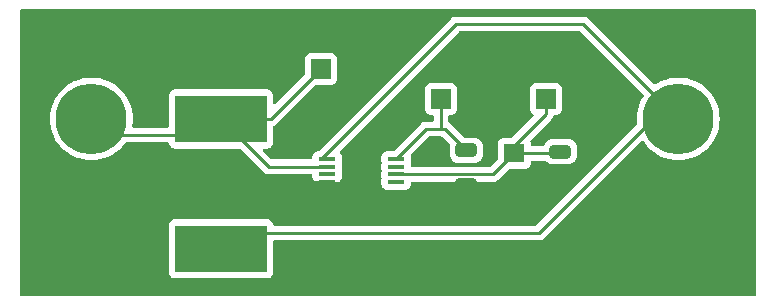
<source format=gtl>
%TF.GenerationSoftware,KiCad,Pcbnew,7.0.2*%
%TF.CreationDate,2023-08-24T13:31:51-07:00*%
%TF.ProjectId,Current Sense Standalone,43757272-656e-4742-9053-656e73652053,rev?*%
%TF.SameCoordinates,Original*%
%TF.FileFunction,Copper,L1,Top*%
%TF.FilePolarity,Positive*%
%FSLAX46Y46*%
G04 Gerber Fmt 4.6, Leading zero omitted, Abs format (unit mm)*
G04 Created by KiCad (PCBNEW 7.0.2) date 2023-08-24 13:31:51*
%MOMM*%
%LPD*%
G01*
G04 APERTURE LIST*
G04 Aperture macros list*
%AMRoundRect*
0 Rectangle with rounded corners*
0 $1 Rounding radius*
0 $2 $3 $4 $5 $6 $7 $8 $9 X,Y pos of 4 corners*
0 Add a 4 corners polygon primitive as box body*
4,1,4,$2,$3,$4,$5,$6,$7,$8,$9,$2,$3,0*
0 Add four circle primitives for the rounded corners*
1,1,$1+$1,$2,$3*
1,1,$1+$1,$4,$5*
1,1,$1+$1,$6,$7*
1,1,$1+$1,$8,$9*
0 Add four rect primitives between the rounded corners*
20,1,$1+$1,$2,$3,$4,$5,0*
20,1,$1+$1,$4,$5,$6,$7,0*
20,1,$1+$1,$6,$7,$8,$9,0*
20,1,$1+$1,$8,$9,$2,$3,0*%
G04 Aperture macros list end*
%TA.AperFunction,ComponentPad*%
%ADD10C,6.000000*%
%TD*%
%TA.AperFunction,ComponentPad*%
%ADD11RoundRect,1.500000X1.500000X-1.500000X1.500000X1.500000X-1.500000X1.500000X-1.500000X-1.500000X0*%
%TD*%
%TA.AperFunction,SMDPad,CuDef*%
%ADD12RoundRect,0.250000X-0.650000X0.325000X-0.650000X-0.325000X0.650000X-0.325000X0.650000X0.325000X0*%
%TD*%
%TA.AperFunction,SMDPad,CuDef*%
%ADD13R,1.800000X1.600000*%
%TD*%
%TA.AperFunction,SMDPad,CuDef*%
%ADD14R,7.800000X4.000000*%
%TD*%
%TA.AperFunction,ComponentPad*%
%ADD15O,1.700000X1.700000*%
%TD*%
%TA.AperFunction,ComponentPad*%
%ADD16R,1.700000X1.700000*%
%TD*%
%TA.AperFunction,SMDPad,CuDef*%
%ADD17R,1.473200X0.355600*%
%TD*%
%TA.AperFunction,Conductor*%
%ADD18C,0.250000*%
%TD*%
G04 APERTURE END LIST*
D10*
X68344045Y-22010000D03*
D11*
X68344045Y-29210000D03*
D12*
X50411329Y-27633866D03*
X50411329Y-24683866D03*
D13*
X54453375Y-27729624D03*
X54453375Y-24929624D03*
D14*
X29629273Y-22018011D03*
X29629273Y-33018011D03*
D12*
X58363078Y-27724784D03*
X58363078Y-24774784D03*
D15*
X50800000Y-20320000D03*
D16*
X48260000Y-20320000D03*
D15*
X40640000Y-17780000D03*
D16*
X38100000Y-17780000D03*
D17*
X44450000Y-25400000D03*
X44450000Y-26049998D03*
X44450000Y-26700000D03*
X44450000Y-27349998D03*
X38608000Y-27349998D03*
X38608000Y-26700000D03*
X38608000Y-26049998D03*
X38608000Y-25400000D03*
D10*
X18650936Y-22010000D03*
D11*
X18650936Y-29210000D03*
D15*
X59690000Y-20320000D03*
D16*
X57150000Y-20320000D03*
D18*
X54453375Y-24286625D02*
X54453375Y-24929624D01*
X57150000Y-21590000D02*
X54453375Y-24286625D01*
X57150000Y-20320000D02*
X57150000Y-21590000D01*
X48260000Y-22860000D02*
X48260000Y-20320000D01*
X60304045Y-13970000D02*
X49530000Y-13970000D01*
X49530000Y-13970000D02*
X38100000Y-25400000D01*
X68344045Y-22010000D02*
X60304045Y-13970000D01*
X48260000Y-22860000D02*
X48587463Y-22860000D01*
X46990000Y-22860000D02*
X48260000Y-22860000D01*
X44450000Y-25400000D02*
X46990000Y-22860000D01*
X48587463Y-22860000D02*
X50411329Y-24683866D01*
X33861989Y-22018011D02*
X29629273Y-22018011D01*
X38100000Y-17780000D02*
X33861989Y-22018011D01*
X52682999Y-26700000D02*
X54453375Y-24929624D01*
X44450000Y-26700000D02*
X52682999Y-26700000D01*
X58208238Y-24929624D02*
X58363078Y-24774784D01*
X54453375Y-24929624D02*
X58208238Y-24929624D01*
X50507087Y-27729624D02*
X50411329Y-27633866D01*
X18650936Y-29210000D02*
X20510938Y-27349998D01*
X58358238Y-27729624D02*
X54453375Y-27729624D01*
X58363078Y-27724784D02*
X58358238Y-27729624D01*
X20510938Y-27349998D02*
X38608000Y-27349998D01*
X54453375Y-27729624D02*
X50507087Y-27729624D01*
X29629273Y-22018011D02*
X33661260Y-26049998D01*
X33661260Y-26049998D02*
X38608000Y-26049998D01*
X28279273Y-23368011D02*
X29629273Y-22018011D01*
X18650936Y-22010000D02*
X20008947Y-23368011D01*
X20008947Y-23368011D02*
X28279273Y-23368011D01*
X18650936Y-20130973D02*
X18650936Y-22010000D01*
X56557856Y-31668011D02*
X66215867Y-22010000D01*
X66215867Y-22010000D02*
X68344045Y-22010000D01*
X29629273Y-31668011D02*
X56557856Y-31668011D01*
%TA.AperFunction,Conductor*%
G36*
X74872539Y-12720185D02*
G01*
X74918294Y-12772989D01*
X74929500Y-12824500D01*
X74929500Y-36901978D01*
X74909815Y-36969017D01*
X74857011Y-37014772D01*
X74805500Y-37025978D01*
X12730653Y-37025978D01*
X12663614Y-37006293D01*
X12617859Y-36953489D01*
X12606653Y-36901978D01*
X12606653Y-27572376D01*
X43212900Y-27572376D01*
X43212901Y-27575670D01*
X43219309Y-27635281D01*
X43269604Y-27770129D01*
X43355854Y-27885344D01*
X43471069Y-27971594D01*
X43605917Y-28021889D01*
X43665527Y-28028298D01*
X45234472Y-28028297D01*
X45294083Y-28021889D01*
X45428931Y-27971594D01*
X45544146Y-27885344D01*
X45630396Y-27770129D01*
X45680691Y-27635281D01*
X45687100Y-27575671D01*
X45687099Y-27449499D01*
X45706783Y-27382461D01*
X45759587Y-27336706D01*
X45811099Y-27325500D01*
X52600255Y-27325500D01*
X52620761Y-27327764D01*
X52623664Y-27327672D01*
X52623666Y-27327673D01*
X52690871Y-27325561D01*
X52694767Y-27325500D01*
X52718447Y-27325500D01*
X52722349Y-27325500D01*
X52726312Y-27324999D01*
X52737961Y-27324080D01*
X52781626Y-27322709D01*
X52800858Y-27317120D01*
X52819917Y-27313174D01*
X52826195Y-27312381D01*
X52839791Y-27310664D01*
X52880406Y-27294582D01*
X52891443Y-27290803D01*
X52933389Y-27278618D01*
X52950628Y-27268422D01*
X52968101Y-27259862D01*
X52986731Y-27252486D01*
X53022063Y-27226814D01*
X53031829Y-27220400D01*
X53069417Y-27198171D01*
X53069416Y-27198171D01*
X53069419Y-27198170D01*
X53083584Y-27184004D01*
X53098372Y-27171373D01*
X53114586Y-27159594D01*
X53142437Y-27125926D01*
X53150278Y-27117309D01*
X54001146Y-26266442D01*
X54062469Y-26232957D01*
X54088827Y-26230123D01*
X55397936Y-26230123D01*
X55401247Y-26230123D01*
X55460858Y-26223715D01*
X55595706Y-26173420D01*
X55710921Y-26087170D01*
X55797171Y-25971955D01*
X55847466Y-25837107D01*
X55853875Y-25777497D01*
X55853875Y-25679123D01*
X55873560Y-25612085D01*
X55926364Y-25566330D01*
X55977875Y-25555124D01*
X57055687Y-25555124D01*
X57122726Y-25574809D01*
X57143368Y-25591443D01*
X57244420Y-25692495D01*
X57257833Y-25700768D01*
X57393744Y-25784598D01*
X57503691Y-25821031D01*
X57560280Y-25839783D01*
X57659936Y-25849964D01*
X57659937Y-25849964D01*
X57663069Y-25850284D01*
X59063086Y-25850283D01*
X59165875Y-25839783D01*
X59332412Y-25784598D01*
X59481734Y-25692496D01*
X59605790Y-25568440D01*
X59697892Y-25419118D01*
X59753077Y-25252581D01*
X59763578Y-25149793D01*
X59763577Y-24399776D01*
X59753077Y-24296987D01*
X59697892Y-24130450D01*
X59605790Y-23981128D01*
X59605789Y-23981126D01*
X59481735Y-23857072D01*
X59332412Y-23764970D01*
X59165875Y-23709784D01*
X59066219Y-23699603D01*
X59066200Y-23699602D01*
X59063087Y-23699284D01*
X59059938Y-23699284D01*
X57666218Y-23699284D01*
X57666198Y-23699284D01*
X57663070Y-23699285D01*
X57659938Y-23699604D01*
X57659936Y-23699605D01*
X57560281Y-23709784D01*
X57393743Y-23764970D01*
X57244420Y-23857072D01*
X57120366Y-23981126D01*
X57028264Y-24130449D01*
X56998879Y-24219128D01*
X56959106Y-24276573D01*
X56894590Y-24303396D01*
X56881173Y-24304124D01*
X55977874Y-24304124D01*
X55910835Y-24284439D01*
X55865080Y-24231635D01*
X55853874Y-24180124D01*
X55853874Y-24085063D01*
X55853874Y-24081752D01*
X55847466Y-24022141D01*
X55808752Y-23918345D01*
X55803769Y-23848657D01*
X55837252Y-23787336D01*
X57533786Y-22090802D01*
X57549886Y-22077905D01*
X57551874Y-22075787D01*
X57551877Y-22075786D01*
X57597964Y-22026707D01*
X57600549Y-22024039D01*
X57620120Y-22004470D01*
X57622565Y-22001316D01*
X57630154Y-21992429D01*
X57660062Y-21960582D01*
X57669713Y-21943026D01*
X57680393Y-21926767D01*
X57692674Y-21910936D01*
X57710018Y-21870851D01*
X57715160Y-21860356D01*
X57736197Y-21822092D01*
X57741178Y-21802688D01*
X57747480Y-21784283D01*
X57755438Y-21765895D01*
X57755438Y-21765894D01*
X57761661Y-21751515D01*
X57764565Y-21752771D01*
X57783906Y-21711970D01*
X57843215Y-21675037D01*
X57876453Y-21670499D01*
X58044561Y-21670499D01*
X58047872Y-21670499D01*
X58107483Y-21664091D01*
X58242331Y-21613796D01*
X58357546Y-21527546D01*
X58443796Y-21412331D01*
X58494091Y-21277483D01*
X58500500Y-21217873D01*
X58500499Y-19422128D01*
X58494091Y-19362517D01*
X58443796Y-19227669D01*
X58357546Y-19112454D01*
X58242331Y-19026204D01*
X58107483Y-18975909D01*
X58047873Y-18969500D01*
X58044550Y-18969500D01*
X56255439Y-18969500D01*
X56255420Y-18969500D01*
X56252128Y-18969501D01*
X56248848Y-18969853D01*
X56248840Y-18969854D01*
X56192515Y-18975909D01*
X56057669Y-19026204D01*
X55942454Y-19112454D01*
X55856204Y-19227668D01*
X55805910Y-19362515D01*
X55805909Y-19362517D01*
X55799500Y-19422127D01*
X55799500Y-19425448D01*
X55799500Y-19425449D01*
X55799500Y-21214560D01*
X55799500Y-21214578D01*
X55799501Y-21217872D01*
X55799853Y-21221152D01*
X55799854Y-21221159D01*
X55805909Y-21277484D01*
X55808497Y-21284423D01*
X55856204Y-21412331D01*
X55942454Y-21527546D01*
X55942455Y-21527547D01*
X56048304Y-21606785D01*
X56090176Y-21662718D01*
X56095160Y-21732410D01*
X56061675Y-21793733D01*
X54262602Y-23592805D01*
X54201279Y-23626290D01*
X54174921Y-23629124D01*
X53508814Y-23629124D01*
X53508795Y-23629124D01*
X53505503Y-23629125D01*
X53502223Y-23629477D01*
X53502215Y-23629478D01*
X53445890Y-23635533D01*
X53311044Y-23685828D01*
X53195829Y-23772078D01*
X53109579Y-23887292D01*
X53059284Y-24022140D01*
X53053828Y-24072891D01*
X53052875Y-24081751D01*
X53052875Y-24085072D01*
X53052875Y-24085073D01*
X53052875Y-25394170D01*
X53033190Y-25461209D01*
X53016556Y-25481851D01*
X52460227Y-26038181D01*
X52398904Y-26071666D01*
X52372546Y-26074500D01*
X45811100Y-26074500D01*
X45744061Y-26054815D01*
X45698306Y-26002011D01*
X45687100Y-25950501D01*
X45687099Y-25827637D01*
X45687099Y-25824326D01*
X45680691Y-25764715D01*
X45680690Y-25764714D01*
X45679026Y-25749227D01*
X45680661Y-25749051D01*
X45677055Y-25698641D01*
X45680525Y-25686823D01*
X45686744Y-25628980D01*
X45687100Y-25625673D01*
X45687099Y-25174328D01*
X45681128Y-25118784D01*
X45693535Y-25050026D01*
X45716734Y-25017854D01*
X47212771Y-23521819D01*
X47274095Y-23488334D01*
X47300453Y-23485500D01*
X48180981Y-23485500D01*
X48189151Y-23485500D01*
X48212385Y-23487696D01*
X48220411Y-23489227D01*
X48220411Y-23489226D01*
X48220412Y-23489227D01*
X48269612Y-23486131D01*
X48337752Y-23501566D01*
X48365078Y-23522205D01*
X48982223Y-24139350D01*
X49015708Y-24200673D01*
X49017900Y-24239632D01*
X49011149Y-24305722D01*
X49010829Y-24308857D01*
X49010829Y-24312004D01*
X49010829Y-24312005D01*
X49010829Y-25055724D01*
X49010829Y-25055743D01*
X49010830Y-25058874D01*
X49011149Y-25062006D01*
X49011150Y-25062007D01*
X49021329Y-25161662D01*
X49076515Y-25328200D01*
X49168617Y-25477523D01*
X49292671Y-25601577D01*
X49326350Y-25622350D01*
X49441995Y-25693680D01*
X49553346Y-25730578D01*
X49608531Y-25748865D01*
X49708187Y-25759046D01*
X49708188Y-25759046D01*
X49711320Y-25759366D01*
X51111337Y-25759365D01*
X51214126Y-25748865D01*
X51380663Y-25693680D01*
X51529985Y-25601578D01*
X51654041Y-25477522D01*
X51746143Y-25328200D01*
X51801328Y-25161663D01*
X51811829Y-25058875D01*
X51811828Y-24308858D01*
X51801328Y-24206069D01*
X51746143Y-24039532D01*
X51654041Y-23890210D01*
X51654040Y-23890208D01*
X51529986Y-23766154D01*
X51380663Y-23674052D01*
X51214126Y-23618866D01*
X51114470Y-23608685D01*
X51114451Y-23608684D01*
X51111338Y-23608366D01*
X51108189Y-23608366D01*
X50271781Y-23608366D01*
X50204742Y-23588681D01*
X50184100Y-23572047D01*
X49088265Y-22476211D01*
X49075369Y-22460113D01*
X49024238Y-22412098D01*
X49021441Y-22409387D01*
X49004690Y-22392636D01*
X49001934Y-22389880D01*
X48998753Y-22387412D01*
X48989885Y-22379837D01*
X48958045Y-22349938D01*
X48958043Y-22349936D01*
X48949762Y-22345384D01*
X48900498Y-22295838D01*
X48885499Y-22236722D01*
X48885500Y-21794499D01*
X48905185Y-21727459D01*
X48957989Y-21681705D01*
X49009500Y-21670499D01*
X49154561Y-21670499D01*
X49157872Y-21670499D01*
X49217483Y-21664091D01*
X49352331Y-21613796D01*
X49467546Y-21527546D01*
X49553796Y-21412331D01*
X49604091Y-21277483D01*
X49610500Y-21217873D01*
X49610499Y-19422128D01*
X49604091Y-19362517D01*
X49553796Y-19227669D01*
X49467546Y-19112454D01*
X49352331Y-19026204D01*
X49217483Y-18975909D01*
X49157873Y-18969500D01*
X49154550Y-18969500D01*
X47365439Y-18969500D01*
X47365420Y-18969500D01*
X47362128Y-18969501D01*
X47358848Y-18969853D01*
X47358840Y-18969854D01*
X47302515Y-18975909D01*
X47167669Y-19026204D01*
X47052454Y-19112454D01*
X46966204Y-19227668D01*
X46915910Y-19362515D01*
X46915909Y-19362517D01*
X46909500Y-19422127D01*
X46909500Y-19425448D01*
X46909500Y-19425449D01*
X46909500Y-21214560D01*
X46909500Y-21214578D01*
X46909501Y-21217872D01*
X46909853Y-21221152D01*
X46909854Y-21221159D01*
X46915909Y-21277484D01*
X46918497Y-21284423D01*
X46966204Y-21412331D01*
X47052454Y-21527546D01*
X47167669Y-21613796D01*
X47302517Y-21664091D01*
X47362127Y-21670500D01*
X47510500Y-21670499D01*
X47577539Y-21690183D01*
X47623294Y-21742987D01*
X47634500Y-21794499D01*
X47634500Y-22110500D01*
X47614815Y-22177539D01*
X47562011Y-22223294D01*
X47510500Y-22234500D01*
X47072740Y-22234500D01*
X47052236Y-22232236D01*
X46982144Y-22234439D01*
X46978250Y-22234500D01*
X46950650Y-22234500D01*
X46946789Y-22234987D01*
X46946778Y-22234988D01*
X46946645Y-22235005D01*
X46935029Y-22235918D01*
X46891368Y-22237290D01*
X46872129Y-22242880D01*
X46853080Y-22246825D01*
X46833208Y-22249335D01*
X46792593Y-22265415D01*
X46781549Y-22269196D01*
X46739611Y-22281382D01*
X46722364Y-22291581D01*
X46704900Y-22300136D01*
X46686267Y-22307514D01*
X46650926Y-22333189D01*
X46641168Y-22339599D01*
X46603579Y-22361829D01*
X46589410Y-22375998D01*
X46574622Y-22388628D01*
X46558413Y-22400405D01*
X46530572Y-22434058D01*
X46522711Y-22442696D01*
X44280026Y-24685381D01*
X44218703Y-24718866D01*
X44192345Y-24721700D01*
X43668839Y-24721700D01*
X43668820Y-24721700D01*
X43665528Y-24721701D01*
X43662248Y-24722053D01*
X43662240Y-24722054D01*
X43605915Y-24728109D01*
X43471069Y-24778404D01*
X43355854Y-24864654D01*
X43269604Y-24979868D01*
X43219309Y-25114716D01*
X43214262Y-25161663D01*
X43212900Y-25174327D01*
X43212900Y-25177648D01*
X43212900Y-25177649D01*
X43212900Y-25622360D01*
X43212900Y-25622378D01*
X43212901Y-25625672D01*
X43213253Y-25628952D01*
X43213254Y-25628959D01*
X43220974Y-25700768D01*
X43219338Y-25700943D01*
X43222941Y-25751364D01*
X43219475Y-25763168D01*
X43217171Y-25784597D01*
X43212900Y-25824325D01*
X43212900Y-25827646D01*
X43212900Y-25827647D01*
X43212900Y-26272358D01*
X43212900Y-26272376D01*
X43212901Y-26275670D01*
X43213253Y-26278950D01*
X43213254Y-26278957D01*
X43220974Y-26350766D01*
X43219339Y-26350941D01*
X43222943Y-26401362D01*
X43219475Y-26413171D01*
X43219308Y-26414717D01*
X43219309Y-26414717D01*
X43212900Y-26474327D01*
X43212900Y-26477648D01*
X43212900Y-26477649D01*
X43212900Y-26922360D01*
X43212900Y-26922378D01*
X43212901Y-26925672D01*
X43213253Y-26928952D01*
X43213254Y-26928959D01*
X43220974Y-27000768D01*
X43219338Y-27000943D01*
X43222941Y-27051364D01*
X43219475Y-27063168D01*
X43213351Y-27120130D01*
X43212900Y-27124325D01*
X43212900Y-27127646D01*
X43212900Y-27127647D01*
X43212900Y-27572358D01*
X43212900Y-27572376D01*
X12606653Y-27572376D01*
X12606653Y-22010000D01*
X15145632Y-22010000D01*
X15145802Y-22013243D01*
X15161223Y-22307514D01*
X15164834Y-22376404D01*
X15165339Y-22379594D01*
X15165341Y-22379609D01*
X15213798Y-22685550D01*
X15222231Y-22738794D01*
X15223069Y-22741923D01*
X15223072Y-22741935D01*
X15316351Y-23090056D01*
X15316355Y-23090070D01*
X15317194Y-23093199D01*
X15318357Y-23096228D01*
X15318361Y-23096241D01*
X15447520Y-23432712D01*
X15448681Y-23435736D01*
X15450149Y-23438617D01*
X15588316Y-23709785D01*
X15615254Y-23762652D01*
X15815085Y-24070366D01*
X15826995Y-24085073D01*
X16010760Y-24312005D01*
X16045987Y-24355506D01*
X16305430Y-24614949D01*
X16590570Y-24845851D01*
X16898284Y-25045682D01*
X17225200Y-25212255D01*
X17503348Y-25319025D01*
X17527248Y-25328200D01*
X17567737Y-25343742D01*
X17922142Y-25438705D01*
X18284532Y-25496102D01*
X18650936Y-25515304D01*
X19017340Y-25496102D01*
X19379730Y-25438705D01*
X19734135Y-25343742D01*
X20076672Y-25212255D01*
X20403588Y-25045682D01*
X20711302Y-24845851D01*
X20996442Y-24614949D01*
X21255885Y-24355506D01*
X21486787Y-24070366D01*
X21500028Y-24049975D01*
X21553047Y-24004473D01*
X21604023Y-23993511D01*
X25109609Y-23993511D01*
X25176648Y-24013196D01*
X25222403Y-24066000D01*
X25232898Y-24104255D01*
X25235182Y-24125494D01*
X25285477Y-24260342D01*
X25371727Y-24375557D01*
X25486942Y-24461807D01*
X25621790Y-24512102D01*
X25681400Y-24518511D01*
X31193820Y-24518510D01*
X31260859Y-24538195D01*
X31281501Y-24554829D01*
X33160457Y-26433785D01*
X33173358Y-26449887D01*
X33175472Y-26451872D01*
X33175474Y-26451875D01*
X33222821Y-26496337D01*
X33224500Y-26497914D01*
X33227296Y-26500624D01*
X33246790Y-26520118D01*
X33249875Y-26522511D01*
X33249961Y-26522578D01*
X33258833Y-26530156D01*
X33290678Y-26560060D01*
X33308234Y-26569712D01*
X33324491Y-26580390D01*
X33340324Y-26592672D01*
X33356445Y-26599647D01*
X33380416Y-26610021D01*
X33390903Y-26615158D01*
X33429168Y-26636195D01*
X33448576Y-26641178D01*
X33466970Y-26647476D01*
X33485365Y-26655436D01*
X33528514Y-26662269D01*
X33539940Y-26664636D01*
X33555482Y-26668627D01*
X33582240Y-26675498D01*
X33582241Y-26675498D01*
X33602276Y-26675498D01*
X33621673Y-26677024D01*
X33641456Y-26680158D01*
X33684934Y-26676048D01*
X33696604Y-26675498D01*
X37246900Y-26675498D01*
X37313939Y-26695183D01*
X37359694Y-26747987D01*
X37370900Y-26799497D01*
X37370900Y-26922360D01*
X37370900Y-26922378D01*
X37370901Y-26925672D01*
X37371253Y-26928952D01*
X37371254Y-26928959D01*
X37377309Y-26985284D01*
X37383150Y-27000943D01*
X37427604Y-27120131D01*
X37513854Y-27235346D01*
X37629069Y-27321596D01*
X37763917Y-27371891D01*
X37823527Y-27378300D01*
X39392472Y-27378299D01*
X39452083Y-27371891D01*
X39586931Y-27321596D01*
X39702146Y-27235346D01*
X39788396Y-27120131D01*
X39838691Y-26985283D01*
X39845100Y-26925673D01*
X39845099Y-26474328D01*
X39838691Y-26414717D01*
X39838690Y-26414715D01*
X39837026Y-26399232D01*
X39838660Y-26399056D01*
X39835052Y-26348646D01*
X39838525Y-26336817D01*
X39838689Y-26335284D01*
X39838691Y-26335281D01*
X39845100Y-26275671D01*
X39845099Y-25824326D01*
X39838691Y-25764715D01*
X39838690Y-25764714D01*
X39837026Y-25749227D01*
X39838661Y-25749051D01*
X39835055Y-25698641D01*
X39838525Y-25686823D01*
X39844744Y-25628980D01*
X39845100Y-25625673D01*
X39845099Y-25174328D01*
X39838691Y-25114717D01*
X39788396Y-24979869D01*
X39702146Y-24864654D01*
X39702145Y-24864653D01*
X39691462Y-24850382D01*
X39694379Y-24848197D01*
X39670625Y-24816457D01*
X39665649Y-24746765D01*
X39699129Y-24685459D01*
X49752771Y-14631819D01*
X49814095Y-14598334D01*
X49840453Y-14595500D01*
X59993593Y-14595500D01*
X60060632Y-14615185D01*
X60081274Y-14631819D01*
X65394233Y-19944779D01*
X65427718Y-20006102D01*
X65422734Y-20075794D01*
X65410548Y-20099995D01*
X65310135Y-20254620D01*
X65308363Y-20257348D01*
X65306898Y-20260222D01*
X65306890Y-20260237D01*
X65143258Y-20581382D01*
X65141790Y-20584264D01*
X65140633Y-20587277D01*
X65140629Y-20587287D01*
X65011470Y-20923758D01*
X65011463Y-20923776D01*
X65010303Y-20926801D01*
X65009466Y-20929923D01*
X65009460Y-20929943D01*
X64916181Y-21278064D01*
X64916177Y-21278080D01*
X64915340Y-21281206D01*
X64914831Y-21284414D01*
X64914830Y-21284423D01*
X64858450Y-21640390D01*
X64858448Y-21640404D01*
X64857943Y-21643596D01*
X64857773Y-21646826D01*
X64857773Y-21646833D01*
X64846583Y-21860356D01*
X64838741Y-22010000D01*
X64838911Y-22013243D01*
X64854332Y-22307514D01*
X64857943Y-22376404D01*
X64862679Y-22406310D01*
X64853724Y-22475603D01*
X64827887Y-22513387D01*
X56335084Y-31006192D01*
X56273761Y-31039677D01*
X56247403Y-31042511D01*
X34148937Y-31042511D01*
X34081898Y-31022826D01*
X34036143Y-30970022D01*
X34025647Y-30931766D01*
X34023364Y-30910528D01*
X33973069Y-30775680D01*
X33886819Y-30660465D01*
X33771604Y-30574215D01*
X33636756Y-30523920D01*
X33577146Y-30517511D01*
X33573823Y-30517511D01*
X25684712Y-30517511D01*
X25684693Y-30517511D01*
X25681401Y-30517512D01*
X25678121Y-30517864D01*
X25678113Y-30517865D01*
X25621788Y-30523920D01*
X25486942Y-30574215D01*
X25371727Y-30660465D01*
X25285477Y-30775679D01*
X25235182Y-30910527D01*
X25232899Y-30931766D01*
X25228773Y-30970138D01*
X25228773Y-30973459D01*
X25228773Y-30973460D01*
X25228773Y-35062571D01*
X25228773Y-35062589D01*
X25228774Y-35065883D01*
X25235182Y-35125494D01*
X25285477Y-35260342D01*
X25371727Y-35375557D01*
X25486942Y-35461807D01*
X25621790Y-35512102D01*
X25681400Y-35518511D01*
X33577145Y-35518510D01*
X33636756Y-35512102D01*
X33771604Y-35461807D01*
X33886819Y-35375557D01*
X33973069Y-35260342D01*
X34023364Y-35125494D01*
X34029773Y-35065884D01*
X34029772Y-32417510D01*
X34049457Y-32350472D01*
X34102260Y-32304717D01*
X34153772Y-32293511D01*
X56475112Y-32293511D01*
X56495618Y-32295775D01*
X56498521Y-32295683D01*
X56498523Y-32295684D01*
X56565728Y-32293572D01*
X56569624Y-32293511D01*
X56593304Y-32293511D01*
X56597206Y-32293511D01*
X56601169Y-32293010D01*
X56612818Y-32292091D01*
X56656483Y-32290720D01*
X56675715Y-32285131D01*
X56694774Y-32281185D01*
X56701052Y-32280392D01*
X56714648Y-32278675D01*
X56755263Y-32262593D01*
X56766300Y-32258814D01*
X56808246Y-32246629D01*
X56825485Y-32236433D01*
X56842958Y-32227873D01*
X56861588Y-32220497D01*
X56896920Y-32194825D01*
X56906686Y-32188411D01*
X56944274Y-32166182D01*
X56944273Y-32166182D01*
X56944276Y-32166181D01*
X56958441Y-32152015D01*
X56973229Y-32139384D01*
X56989443Y-32127605D01*
X57017294Y-32093937D01*
X57025135Y-32085320D01*
X65215616Y-23894840D01*
X65276937Y-23861357D01*
X65346629Y-23866341D01*
X65402562Y-23908213D01*
X65407290Y-23914988D01*
X65409473Y-23918349D01*
X65508194Y-24070366D01*
X65520104Y-24085073D01*
X65703869Y-24312005D01*
X65739096Y-24355506D01*
X65998539Y-24614949D01*
X66283679Y-24845851D01*
X66591393Y-25045682D01*
X66918309Y-25212255D01*
X67196457Y-25319025D01*
X67220357Y-25328200D01*
X67260846Y-25343742D01*
X67615251Y-25438705D01*
X67977641Y-25496102D01*
X68344045Y-25515304D01*
X68710449Y-25496102D01*
X69072839Y-25438705D01*
X69427244Y-25343742D01*
X69769781Y-25212255D01*
X70096697Y-25045682D01*
X70404411Y-24845851D01*
X70689551Y-24614949D01*
X70948994Y-24355506D01*
X71179896Y-24070366D01*
X71379727Y-23762652D01*
X71546300Y-23435736D01*
X71677787Y-23093199D01*
X71772750Y-22738794D01*
X71830147Y-22376404D01*
X71849349Y-22010000D01*
X71830147Y-21643596D01*
X71772750Y-21281206D01*
X71677787Y-20926801D01*
X71546300Y-20584264D01*
X71379727Y-20257348D01*
X71179896Y-19949634D01*
X70948994Y-19664494D01*
X70689551Y-19405051D01*
X70637023Y-19362515D01*
X70591337Y-19325518D01*
X70404411Y-19174149D01*
X70096697Y-18974318D01*
X70093806Y-18972845D01*
X70093803Y-18972843D01*
X69772662Y-18809213D01*
X69769781Y-18807745D01*
X69766760Y-18806585D01*
X69766757Y-18806584D01*
X69430286Y-18677425D01*
X69430273Y-18677421D01*
X69427244Y-18676258D01*
X69424115Y-18675419D01*
X69424101Y-18675415D01*
X69075980Y-18582136D01*
X69075968Y-18582133D01*
X69072839Y-18581295D01*
X69069626Y-18580786D01*
X69069621Y-18580785D01*
X68713654Y-18524405D01*
X68713642Y-18524403D01*
X68710449Y-18523898D01*
X68707216Y-18523728D01*
X68707211Y-18523728D01*
X68347289Y-18504866D01*
X68344045Y-18504696D01*
X68340801Y-18504866D01*
X67980878Y-18523728D01*
X67980871Y-18523728D01*
X67977641Y-18523898D01*
X67974449Y-18524403D01*
X67974435Y-18524405D01*
X67618468Y-18580785D01*
X67618459Y-18580786D01*
X67615251Y-18581295D01*
X67612125Y-18582132D01*
X67612109Y-18582136D01*
X67263988Y-18675415D01*
X67263968Y-18675421D01*
X67260846Y-18676258D01*
X67257821Y-18677418D01*
X67257803Y-18677425D01*
X66921332Y-18806584D01*
X66921322Y-18806588D01*
X66918309Y-18807745D01*
X66915434Y-18809209D01*
X66915427Y-18809213D01*
X66594282Y-18972845D01*
X66594267Y-18972853D01*
X66591393Y-18974318D01*
X66588681Y-18976078D01*
X66588676Y-18976082D01*
X66434040Y-19076503D01*
X66367095Y-19096506D01*
X66299962Y-19077140D01*
X66278824Y-19060188D01*
X60804847Y-13586211D01*
X60791951Y-13570113D01*
X60740820Y-13522098D01*
X60738023Y-13519387D01*
X60721272Y-13502636D01*
X60718516Y-13499880D01*
X60715335Y-13497412D01*
X60706467Y-13489837D01*
X60674627Y-13459938D01*
X60657069Y-13450285D01*
X60640809Y-13439604D01*
X60624981Y-13427327D01*
X60584896Y-13409980D01*
X60574406Y-13404841D01*
X60536136Y-13383802D01*
X60516736Y-13378821D01*
X60498329Y-13372519D01*
X60479942Y-13364562D01*
X60436803Y-13357729D01*
X60425369Y-13355361D01*
X60383064Y-13344500D01*
X60363029Y-13344500D01*
X60343631Y-13342973D01*
X60336207Y-13341797D01*
X60323850Y-13339840D01*
X60323849Y-13339840D01*
X60298513Y-13342235D01*
X60280370Y-13343950D01*
X60268701Y-13344500D01*
X49612744Y-13344500D01*
X49592237Y-13342235D01*
X49522127Y-13344439D01*
X49518232Y-13344500D01*
X49490650Y-13344500D01*
X49486805Y-13344985D01*
X49486780Y-13344987D01*
X49486653Y-13345004D01*
X49475033Y-13345918D01*
X49431369Y-13347290D01*
X49412129Y-13352880D01*
X49393081Y-13356825D01*
X49373209Y-13359335D01*
X49332599Y-13375413D01*
X49321554Y-13379194D01*
X49279610Y-13391381D01*
X49262365Y-13401579D01*
X49244904Y-13410133D01*
X49226267Y-13417512D01*
X49190931Y-13443185D01*
X49181174Y-13449595D01*
X49143580Y-13471829D01*
X49129413Y-13485996D01*
X49114624Y-13498626D01*
X49098413Y-13510404D01*
X49070572Y-13544058D01*
X49062711Y-13552697D01*
X37930026Y-24685381D01*
X37868703Y-24718866D01*
X37842352Y-24721700D01*
X37826842Y-24721700D01*
X37826824Y-24721700D01*
X37823528Y-24721701D01*
X37820249Y-24722053D01*
X37820239Y-24722054D01*
X37763915Y-24728109D01*
X37629069Y-24778404D01*
X37513854Y-24864654D01*
X37427604Y-24979868D01*
X37377309Y-25114716D01*
X37372262Y-25161663D01*
X37370900Y-25174327D01*
X37370900Y-25252581D01*
X37370901Y-25300497D01*
X37351217Y-25367537D01*
X37298413Y-25413292D01*
X37246901Y-25424498D01*
X33971712Y-25424498D01*
X33904673Y-25404813D01*
X33884031Y-25388179D01*
X33226043Y-24730191D01*
X33192558Y-24668868D01*
X33197542Y-24599176D01*
X33239414Y-24543243D01*
X33304878Y-24518826D01*
X33313724Y-24518510D01*
X33573834Y-24518510D01*
X33577145Y-24518510D01*
X33636756Y-24512102D01*
X33771604Y-24461807D01*
X33886819Y-24375557D01*
X33973069Y-24260342D01*
X34023364Y-24125494D01*
X34029773Y-24065884D01*
X34029772Y-22713729D01*
X34049457Y-22646691D01*
X34102260Y-22600936D01*
X34109882Y-22598105D01*
X34112376Y-22596629D01*
X34112379Y-22596629D01*
X34129618Y-22586433D01*
X34147091Y-22577873D01*
X34165721Y-22570497D01*
X34201053Y-22544825D01*
X34210819Y-22538411D01*
X34248407Y-22516182D01*
X34248406Y-22516182D01*
X34248409Y-22516181D01*
X34262574Y-22502015D01*
X34277362Y-22489384D01*
X34293576Y-22477605D01*
X34321427Y-22443937D01*
X34329268Y-22435320D01*
X37597771Y-19166818D01*
X37659094Y-19133333D01*
X37685452Y-19130499D01*
X38994561Y-19130499D01*
X38997872Y-19130499D01*
X39057483Y-19124091D01*
X39192331Y-19073796D01*
X39307546Y-18987546D01*
X39393796Y-18872331D01*
X39444091Y-18737483D01*
X39450500Y-18677873D01*
X39450499Y-16882128D01*
X39444091Y-16822517D01*
X39393796Y-16687669D01*
X39307546Y-16572454D01*
X39192331Y-16486204D01*
X39057483Y-16435909D01*
X38997873Y-16429500D01*
X38994550Y-16429500D01*
X37205439Y-16429500D01*
X37205420Y-16429500D01*
X37202128Y-16429501D01*
X37198848Y-16429853D01*
X37198840Y-16429854D01*
X37142515Y-16435909D01*
X37007669Y-16486204D01*
X36892454Y-16572454D01*
X36806204Y-16687668D01*
X36755910Y-16822515D01*
X36755909Y-16822517D01*
X36749500Y-16882127D01*
X36749500Y-16885449D01*
X36749500Y-18194546D01*
X36729815Y-18261585D01*
X36713181Y-18282227D01*
X34241453Y-20753955D01*
X34180130Y-20787440D01*
X34110438Y-20782456D01*
X34054505Y-20740584D01*
X34030088Y-20675120D01*
X34029772Y-20666274D01*
X34029772Y-19973450D01*
X34029772Y-19970139D01*
X34023364Y-19910528D01*
X33973069Y-19775680D01*
X33886819Y-19660465D01*
X33771604Y-19574215D01*
X33636756Y-19523920D01*
X33577146Y-19517511D01*
X33573823Y-19517511D01*
X25684712Y-19517511D01*
X25684693Y-19517511D01*
X25681401Y-19517512D01*
X25678121Y-19517864D01*
X25678113Y-19517865D01*
X25621788Y-19523920D01*
X25486942Y-19574215D01*
X25371727Y-19660465D01*
X25285477Y-19775679D01*
X25235183Y-19910526D01*
X25235182Y-19910528D01*
X25228773Y-19970138D01*
X25228773Y-19973459D01*
X25228773Y-19973460D01*
X25228774Y-22618511D01*
X25209089Y-22685550D01*
X25156286Y-22731305D01*
X25104774Y-22742511D01*
X22224237Y-22742511D01*
X22157198Y-22722826D01*
X22111443Y-22670022D01*
X22101499Y-22600864D01*
X22101764Y-22599113D01*
X22101924Y-22598105D01*
X22137038Y-22376404D01*
X22156240Y-22010000D01*
X22137038Y-21643596D01*
X22079641Y-21281206D01*
X21984678Y-20926801D01*
X21853191Y-20584264D01*
X21686618Y-20257348D01*
X21486787Y-19949634D01*
X21255885Y-19664494D01*
X20996442Y-19405051D01*
X20943914Y-19362515D01*
X20898228Y-19325518D01*
X20711302Y-19174149D01*
X20403588Y-18974318D01*
X20400697Y-18972845D01*
X20400694Y-18972843D01*
X20079553Y-18809213D01*
X20076672Y-18807745D01*
X20073651Y-18806585D01*
X20073648Y-18806584D01*
X19737177Y-18677425D01*
X19737164Y-18677421D01*
X19734135Y-18676258D01*
X19731006Y-18675419D01*
X19730992Y-18675415D01*
X19382871Y-18582136D01*
X19382859Y-18582133D01*
X19379730Y-18581295D01*
X19376517Y-18580786D01*
X19376512Y-18580785D01*
X19020545Y-18524405D01*
X19020533Y-18524403D01*
X19017340Y-18523898D01*
X19014107Y-18523728D01*
X19014102Y-18523728D01*
X18654180Y-18504866D01*
X18650936Y-18504696D01*
X18647692Y-18504866D01*
X18287769Y-18523728D01*
X18287762Y-18523728D01*
X18284532Y-18523898D01*
X18281340Y-18524403D01*
X18281326Y-18524405D01*
X17925359Y-18580785D01*
X17925350Y-18580786D01*
X17922142Y-18581295D01*
X17919016Y-18582132D01*
X17919000Y-18582136D01*
X17570879Y-18675415D01*
X17570859Y-18675421D01*
X17567737Y-18676258D01*
X17564712Y-18677418D01*
X17564694Y-18677425D01*
X17228223Y-18806584D01*
X17228213Y-18806588D01*
X17225200Y-18807745D01*
X17222325Y-18809209D01*
X17222318Y-18809213D01*
X16901177Y-18972843D01*
X16901163Y-18972850D01*
X16898284Y-18974318D01*
X16895568Y-18976082D01*
X16895556Y-18976089D01*
X16593298Y-19172377D01*
X16593292Y-19172380D01*
X16590570Y-19174149D01*
X16588050Y-19176189D01*
X16588044Y-19176194D01*
X16307948Y-19403011D01*
X16307937Y-19403020D01*
X16305430Y-19405051D01*
X16303145Y-19407335D01*
X16303135Y-19407345D01*
X16048281Y-19662199D01*
X16048271Y-19662209D01*
X16045987Y-19664494D01*
X16043956Y-19667001D01*
X16043947Y-19667012D01*
X15817130Y-19947108D01*
X15817125Y-19947114D01*
X15815085Y-19949634D01*
X15813316Y-19952356D01*
X15813313Y-19952362D01*
X15617025Y-20254620D01*
X15617020Y-20254628D01*
X15615254Y-20257348D01*
X15613786Y-20260227D01*
X15613779Y-20260241D01*
X15450149Y-20581382D01*
X15448681Y-20584264D01*
X15447524Y-20587277D01*
X15447520Y-20587287D01*
X15318361Y-20923758D01*
X15318354Y-20923776D01*
X15317194Y-20926801D01*
X15316357Y-20929923D01*
X15316351Y-20929943D01*
X15223072Y-21278064D01*
X15223068Y-21278080D01*
X15222231Y-21281206D01*
X15221722Y-21284414D01*
X15221721Y-21284423D01*
X15165341Y-21640390D01*
X15165339Y-21640404D01*
X15164834Y-21643596D01*
X15164664Y-21646826D01*
X15164664Y-21646833D01*
X15153474Y-21860356D01*
X15145632Y-22010000D01*
X12606653Y-22010000D01*
X12606653Y-12824500D01*
X12626338Y-12757461D01*
X12679142Y-12711706D01*
X12730653Y-12700500D01*
X74805500Y-12700500D01*
X74872539Y-12720185D01*
G37*
%TD.AperFunction*%
M02*

</source>
